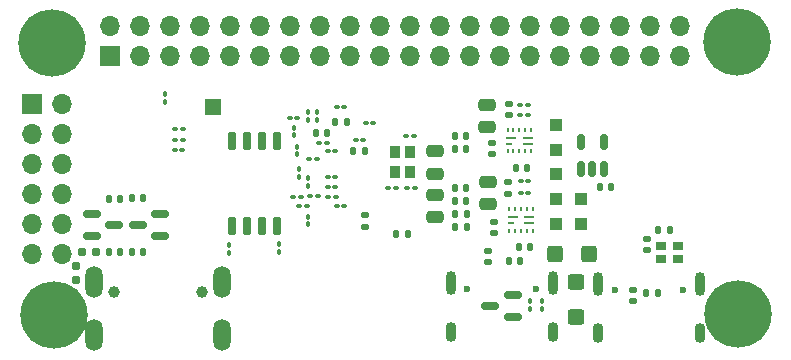
<source format=gbr>
%TF.GenerationSoftware,KiCad,Pcbnew,8.0.6*%
%TF.CreationDate,2024-11-19T20:15:16-08:00*%
%TF.ProjectId,SYNC-VT,53594e43-2d56-4542-9e6b-696361645f70,rev?*%
%TF.SameCoordinates,Original*%
%TF.FileFunction,Soldermask,Bot*%
%TF.FilePolarity,Negative*%
%FSLAX46Y46*%
G04 Gerber Fmt 4.6, Leading zero omitted, Abs format (unit mm)*
G04 Created by KiCad (PCBNEW 8.0.6) date 2024-11-19 20:15:16*
%MOMM*%
%LPD*%
G01*
G04 APERTURE LIST*
G04 Aperture macros list*
%AMRoundRect*
0 Rectangle with rounded corners*
0 $1 Rounding radius*
0 $2 $3 $4 $5 $6 $7 $8 $9 X,Y pos of 4 corners*
0 Add a 4 corners polygon primitive as box body*
4,1,4,$2,$3,$4,$5,$6,$7,$8,$9,$2,$3,0*
0 Add four circle primitives for the rounded corners*
1,1,$1+$1,$2,$3*
1,1,$1+$1,$4,$5*
1,1,$1+$1,$6,$7*
1,1,$1+$1,$8,$9*
0 Add four rect primitives between the rounded corners*
20,1,$1+$1,$2,$3,$4,$5,0*
20,1,$1+$1,$4,$5,$6,$7,0*
20,1,$1+$1,$6,$7,$8,$9,0*
20,1,$1+$1,$8,$9,$2,$3,0*%
G04 Aperture macros list end*
%ADD10C,1.000000*%
%ADD11O,1.454000X2.704000*%
%ADD12R,1.350000X1.350000*%
%ADD13R,1.700000X1.700000*%
%ADD14O,1.700000X1.700000*%
%ADD15C,5.700000*%
%ADD16C,0.600000*%
%ADD17O,0.900000X2.000000*%
%ADD18O,0.900000X1.700000*%
%ADD19RoundRect,0.100000X0.130000X0.100000X-0.130000X0.100000X-0.130000X-0.100000X0.130000X-0.100000X0*%
%ADD20RoundRect,0.140000X0.140000X0.170000X-0.140000X0.170000X-0.140000X-0.170000X0.140000X-0.170000X0*%
%ADD21RoundRect,0.160000X0.160000X-0.197500X0.160000X0.197500X-0.160000X0.197500X-0.160000X-0.197500X0*%
%ADD22RoundRect,0.100000X-0.100000X0.130000X-0.100000X-0.130000X0.100000X-0.130000X0.100000X0.130000X0*%
%ADD23RoundRect,0.250000X-0.475000X0.250000X-0.475000X-0.250000X0.475000X-0.250000X0.475000X0.250000X0*%
%ADD24R,1.000000X1.000000*%
%ADD25RoundRect,0.100000X-0.130000X-0.100000X0.130000X-0.100000X0.130000X0.100000X-0.130000X0.100000X0*%
%ADD26RoundRect,0.100000X0.100000X-0.130000X0.100000X0.130000X-0.100000X0.130000X-0.100000X-0.130000X0*%
%ADD27RoundRect,0.160000X-0.197500X-0.160000X0.197500X-0.160000X0.197500X0.160000X-0.197500X0.160000X0*%
%ADD28RoundRect,0.140000X-0.140000X-0.170000X0.140000X-0.170000X0.140000X0.170000X-0.140000X0.170000X0*%
%ADD29RoundRect,0.250000X-0.450000X0.400000X-0.450000X-0.400000X0.450000X-0.400000X0.450000X0.400000X0*%
%ADD30RoundRect,0.150000X-0.150000X0.650000X-0.150000X-0.650000X0.150000X-0.650000X0.150000X0.650000X0*%
%ADD31RoundRect,0.147500X0.147500X0.172500X-0.147500X0.172500X-0.147500X-0.172500X0.147500X-0.172500X0*%
%ADD32R,0.600000X0.250000*%
%ADD33R,0.900000X0.250000*%
%ADD34R,0.250000X0.450000*%
%ADD35R,0.900000X1.100000*%
%ADD36RoundRect,0.150000X-0.587500X-0.150000X0.587500X-0.150000X0.587500X0.150000X-0.587500X0.150000X0*%
%ADD37RoundRect,0.150000X0.587500X0.150000X-0.587500X0.150000X-0.587500X-0.150000X0.587500X-0.150000X0*%
%ADD38RoundRect,0.250000X0.475000X-0.250000X0.475000X0.250000X-0.475000X0.250000X-0.475000X-0.250000X0*%
%ADD39RoundRect,0.140000X-0.170000X0.140000X-0.170000X-0.140000X0.170000X-0.140000X0.170000X0.140000X0*%
%ADD40RoundRect,0.140000X0.170000X-0.140000X0.170000X0.140000X-0.170000X0.140000X-0.170000X-0.140000X0*%
%ADD41RoundRect,0.147500X0.172500X-0.147500X0.172500X0.147500X-0.172500X0.147500X-0.172500X-0.147500X0*%
%ADD42RoundRect,0.150000X0.150000X-0.512500X0.150000X0.512500X-0.150000X0.512500X-0.150000X-0.512500X0*%
%ADD43RoundRect,0.250000X0.400000X0.450000X-0.400000X0.450000X-0.400000X-0.450000X0.400000X-0.450000X0*%
%ADD44R,0.900000X0.800000*%
G04 APERTURE END LIST*
D10*
%TO.C,Jr1*%
X92550000Y-59115000D03*
X100050000Y-59115000D03*
D11*
X90870000Y-58315000D03*
X101720000Y-58315000D03*
X90870000Y-62815000D03*
X101720000Y-62815000D03*
%TD*%
D12*
%TO.C,J6*%
X101000000Y-43510000D03*
%TD*%
D13*
%TO.C,J4*%
X85620000Y-43180000D03*
D14*
X88160000Y-43180000D03*
X85620000Y-45720000D03*
X88160000Y-45720000D03*
X85620000Y-48260000D03*
X88160000Y-48260000D03*
X85620000Y-50800000D03*
X88160000Y-50800000D03*
X85620000Y-53340000D03*
X88160000Y-53340000D03*
X85620000Y-55880000D03*
X88160000Y-55880000D03*
%TD*%
D15*
%TO.C,MT4*%
X87380000Y-38020000D03*
%TD*%
%TO.C,MT3*%
X145320000Y-37990000D03*
%TD*%
%TO.C,MT1*%
X145440000Y-61000000D03*
%TD*%
D16*
%TO.C,J2*%
X134970000Y-58930000D03*
X140750000Y-58930000D03*
D17*
X133540000Y-58450000D03*
D18*
X133540000Y-62620000D03*
D17*
X142180000Y-58450000D03*
D18*
X142180000Y-62620000D03*
%TD*%
D16*
%TO.C,J3*%
X122510000Y-58865000D03*
X128290000Y-58865000D03*
D17*
X121080000Y-58385000D03*
D18*
X121080000Y-62555000D03*
D17*
X129720000Y-58385000D03*
D18*
X129720000Y-62555000D03*
%TD*%
D13*
%TO.C,J1*%
X92220000Y-39160000D03*
D14*
X92220000Y-36620000D03*
X94760000Y-39160000D03*
X94760000Y-36620000D03*
X97300000Y-39160000D03*
X97300000Y-36620000D03*
X99840000Y-39160000D03*
X99840000Y-36620000D03*
X102380000Y-39160000D03*
X102380000Y-36620000D03*
X104920000Y-39160000D03*
X104920000Y-36620000D03*
X107460000Y-39160000D03*
X107460000Y-36620000D03*
X110000000Y-39160000D03*
X110000000Y-36620000D03*
X112540000Y-39160000D03*
X112540000Y-36620000D03*
X115080000Y-39160000D03*
X115080000Y-36620000D03*
X117620000Y-39160000D03*
X117620000Y-36620000D03*
X120160000Y-39160000D03*
X120160000Y-36620000D03*
X122700000Y-39160000D03*
X122700000Y-36620000D03*
X125240000Y-39160000D03*
X125240000Y-36620000D03*
X127780000Y-39160000D03*
X127780000Y-36620000D03*
X130320000Y-39160000D03*
X130320000Y-36620000D03*
X132860000Y-39160000D03*
X132860000Y-36620000D03*
X135400000Y-39160000D03*
X135400000Y-36620000D03*
X137940000Y-39160000D03*
X137940000Y-36620000D03*
X140480000Y-39160000D03*
X140480000Y-36620000D03*
%TD*%
D15*
%TO.C,MT2*%
X87480000Y-61100000D03*
%TD*%
D19*
%TO.C,C11*%
X127655002Y-49770000D03*
X127015002Y-49770000D03*
%TD*%
D20*
%TO.C,R31*%
X95030000Y-51217500D03*
X94070000Y-51217500D03*
%TD*%
%TO.C,R26*%
X122410002Y-51420000D03*
X121450002Y-51420000D03*
%TD*%
D21*
%TO.C,R33*%
X89360000Y-58127500D03*
X89360000Y-56932500D03*
%TD*%
D22*
%TO.C,R11*%
X107830000Y-45230000D03*
X107830000Y-45870000D03*
%TD*%
D23*
%TO.C,C9*%
X124210002Y-43289998D03*
X124210002Y-45189998D03*
%TD*%
D24*
%TO.C,TP4*%
X129990018Y-51280018D03*
%TD*%
D20*
%TO.C,R6*%
X127810001Y-55285001D03*
X126850001Y-55285001D03*
%TD*%
D22*
%TO.C,C32*%
X96940000Y-42385000D03*
X96940000Y-43025000D03*
%TD*%
%TO.C,FB1*%
X108050000Y-46850000D03*
X108050000Y-47490000D03*
%TD*%
D25*
%TO.C,R12*%
X107750000Y-51080000D03*
X108390000Y-51080000D03*
%TD*%
D20*
%TO.C,R29*%
X93120000Y-51227500D03*
X92160000Y-51227500D03*
%TD*%
D25*
%TO.C,R14*%
X107470000Y-44380000D03*
X108110000Y-44380000D03*
%TD*%
D26*
%TO.C,C7*%
X127850000Y-60580000D03*
X127850000Y-59940000D03*
%TD*%
D27*
%TO.C,R34*%
X89850000Y-55790000D03*
X91045000Y-55790000D03*
%TD*%
D20*
%TO.C,R18*%
X110620000Y-45670000D03*
X109660000Y-45670000D03*
%TD*%
D28*
%TO.C,R23*%
X116500002Y-54200000D03*
X117460002Y-54200000D03*
%TD*%
D25*
%TO.C,C25*%
X113890000Y-44800000D03*
X114530000Y-44800000D03*
%TD*%
D29*
%TO.C,SS2FH10HM3/H2*%
X131700000Y-58320000D03*
X131700000Y-61220000D03*
%TD*%
D26*
%TO.C,R13*%
X109000000Y-53395000D03*
X109000000Y-52755000D03*
%TD*%
D20*
%TO.C,R19*%
X112290000Y-44730000D03*
X111330000Y-44730000D03*
%TD*%
%TO.C,C4*%
X139620000Y-53850000D03*
X138660000Y-53850000D03*
%TD*%
D28*
%TO.C,C1*%
X121460002Y-50340000D03*
X122420002Y-50340000D03*
%TD*%
D30*
%TO.C,U5*%
X102585000Y-46370000D03*
X103855000Y-46370000D03*
X105125000Y-46370000D03*
X106395000Y-46370000D03*
X106395000Y-53570000D03*
X105125000Y-53570000D03*
X103855000Y-53570000D03*
X102585000Y-53570000D03*
%TD*%
D20*
%TO.C,R32*%
X95050000Y-55717500D03*
X94090000Y-55717500D03*
%TD*%
D19*
%TO.C,C5*%
X127640002Y-43300000D03*
X127000002Y-43300000D03*
%TD*%
D31*
%TO.C,D2*%
X113835000Y-47240000D03*
X112865000Y-47240000D03*
%TD*%
D26*
%TO.C,R17*%
X108980000Y-44550000D03*
X108980000Y-43910000D03*
%TD*%
D20*
%TO.C,R27*%
X122410002Y-46990000D03*
X121450002Y-46990000D03*
%TD*%
%TO.C,R25*%
X122460002Y-52530000D03*
X121500002Y-52530000D03*
%TD*%
D23*
%TO.C,C19*%
X119770002Y-47220000D03*
X119770002Y-49120000D03*
%TD*%
D24*
%TO.C,TP7*%
X132100000Y-53370000D03*
%TD*%
D25*
%TO.C,R1*%
X126970002Y-44180000D03*
X127610002Y-44180000D03*
%TD*%
D23*
%TO.C,C12*%
X124240000Y-49800000D03*
X124240000Y-51700000D03*
%TD*%
D24*
%TO.C,TP6*%
X132110000Y-51280000D03*
%TD*%
D22*
%TO.C,C16*%
X106590000Y-55085000D03*
X106590000Y-55725000D03*
%TD*%
D32*
%TO.C,U2*%
X126200000Y-53310000D03*
D33*
X126350000Y-52810000D03*
D34*
X126050000Y-52135001D03*
X126550002Y-52135001D03*
X127050001Y-52135001D03*
X127550000Y-52135001D03*
X128050002Y-52135001D03*
D33*
X127750002Y-52810000D03*
X127750002Y-53310000D03*
D34*
X128050002Y-53984999D03*
X127550000Y-53984999D03*
X127050001Y-53984999D03*
X126550002Y-53984999D03*
X126050000Y-53984999D03*
%TD*%
D35*
%TO.C,X1*%
X117660002Y-47260000D03*
X117660002Y-48960000D03*
X116360002Y-48960000D03*
X116360002Y-47260000D03*
%TD*%
D20*
%TO.C,R24*%
X122460002Y-53630000D03*
X121500002Y-53630000D03*
%TD*%
D24*
%TO.C,TP5*%
X129990018Y-47090018D03*
%TD*%
D36*
%TO.C,Q1*%
X90682500Y-54420000D03*
X90682500Y-52520000D03*
X92557500Y-53470000D03*
%TD*%
D19*
%TO.C,C29*%
X98395000Y-45350000D03*
X97755000Y-45350000D03*
%TD*%
D22*
%TO.C,C26*%
X102360018Y-55160018D03*
X102360018Y-55800018D03*
%TD*%
D25*
%TO.C,C17*%
X108260000Y-51880000D03*
X108900000Y-51880000D03*
%TD*%
D19*
%TO.C,R15*%
X112090000Y-43460000D03*
X111450000Y-43460000D03*
%TD*%
D24*
%TO.C,TP2*%
X129980018Y-49170018D03*
%TD*%
D37*
%TO.C,Q2*%
X96515000Y-52527500D03*
X96515000Y-54427500D03*
X94640000Y-53477500D03*
%TD*%
D38*
%TO.C,C13*%
X119770002Y-52800000D03*
X119770002Y-50900000D03*
%TD*%
D39*
%TO.C,C6*%
X137680000Y-54650000D03*
X137680000Y-55610000D03*
%TD*%
D19*
%TO.C,R22*%
X113710000Y-46260000D03*
X113070000Y-46260000D03*
%TD*%
D25*
%TO.C,R20*%
X109950000Y-46510000D03*
X110590000Y-46510000D03*
%TD*%
%TO.C,C18*%
X109120000Y-47870000D03*
X109760000Y-47870000D03*
%TD*%
D19*
%TO.C,C24*%
X109860000Y-51050000D03*
X109220000Y-51050000D03*
%TD*%
D40*
%TO.C,C8*%
X124740002Y-54130000D03*
X124740002Y-53170000D03*
%TD*%
D22*
%TO.C,FB2*%
X109010000Y-49520000D03*
X109010000Y-50160000D03*
%TD*%
D19*
%TO.C,C30*%
X98405000Y-46230000D03*
X97765000Y-46230000D03*
%TD*%
%TO.C,C22*%
X111310000Y-50250000D03*
X110670000Y-50250000D03*
%TD*%
D20*
%TO.C,R39*%
X134670000Y-50210000D03*
X133710000Y-50210000D03*
%TD*%
D24*
%TO.C,TP1*%
X129990018Y-53370018D03*
%TD*%
D20*
%TO.C,R4*%
X127560002Y-48650000D03*
X126600002Y-48650000D03*
%TD*%
D19*
%TO.C,C31*%
X98385000Y-47150000D03*
X97745000Y-47150000D03*
%TD*%
D20*
%TO.C,R28*%
X122400002Y-45900000D03*
X121440002Y-45900000D03*
%TD*%
D40*
%TO.C,R2*%
X125990002Y-44170000D03*
X125990002Y-43210000D03*
%TD*%
D24*
%TO.C,TP3*%
X129980018Y-44990018D03*
%TD*%
D28*
%TO.C,R38*%
X126010000Y-56480000D03*
X126970000Y-56480000D03*
%TD*%
D25*
%TO.C,C15*%
X110675000Y-49440000D03*
X111315000Y-49440000D03*
%TD*%
D19*
%TO.C,FB3*%
X117955002Y-45910000D03*
X117315002Y-45910000D03*
%TD*%
D26*
%TO.C,C28*%
X128800000Y-60540000D03*
X128800000Y-59900000D03*
%TD*%
D25*
%TO.C,R3*%
X127015001Y-50795001D03*
X127655001Y-50795001D03*
%TD*%
D20*
%TO.C,R30*%
X93110000Y-55707500D03*
X92150000Y-55707500D03*
%TD*%
D19*
%TO.C,C20*%
X111330000Y-47240000D03*
X110690000Y-47240000D03*
%TD*%
D39*
%TO.C,R37*%
X124250000Y-55650000D03*
X124250000Y-56610000D03*
%TD*%
D25*
%TO.C,R21*%
X115800000Y-50320000D03*
X116440000Y-50320000D03*
%TD*%
D41*
%TO.C,D1*%
X113800000Y-53610000D03*
X113800000Y-52640000D03*
%TD*%
D37*
%TO.C,U9*%
X126337500Y-59365000D03*
X126337500Y-61265000D03*
X124462500Y-60315000D03*
%TD*%
D25*
%TO.C,C14*%
X110740000Y-51060000D03*
X111380000Y-51060000D03*
%TD*%
D22*
%TO.C,C23*%
X108220000Y-48730000D03*
X108220000Y-49370000D03*
%TD*%
D25*
%TO.C,C27*%
X117410002Y-50300000D03*
X118050002Y-50300000D03*
%TD*%
D28*
%TO.C,R36*%
X137650000Y-59240000D03*
X138610000Y-59240000D03*
%TD*%
D26*
%TO.C,R16*%
X109810000Y-44555000D03*
X109810000Y-43915000D03*
%TD*%
D40*
%TO.C,C10*%
X124560002Y-47460000D03*
X124560002Y-46500000D03*
%TD*%
D25*
%TO.C,C21*%
X111450000Y-51860000D03*
X112090000Y-51860000D03*
%TD*%
D32*
%TO.C,U1*%
X126060002Y-46564999D03*
D33*
X126210002Y-46064999D03*
D34*
X125910002Y-45390000D03*
X126410004Y-45390000D03*
X126910003Y-45390000D03*
X127410002Y-45390000D03*
X127910004Y-45390000D03*
D33*
X127610004Y-46064999D03*
X127610004Y-46564999D03*
D34*
X127910004Y-47239998D03*
X127410002Y-47239998D03*
X126910003Y-47239998D03*
X126410004Y-47239998D03*
X125910002Y-47239998D03*
%TD*%
D42*
%TO.C,U10*%
X134042500Y-48687500D03*
X133092500Y-48687500D03*
X132142500Y-48687500D03*
X132142500Y-46412500D03*
X134042500Y-46412500D03*
%TD*%
D40*
%TO.C,R35*%
X136530000Y-59900000D03*
X136530000Y-58940000D03*
%TD*%
%TO.C,R5*%
X125940002Y-50800000D03*
X125940002Y-49840000D03*
%TD*%
D43*
%TO.C,SS2FH10HM3/H1*%
X132790000Y-55940000D03*
X129890000Y-55940000D03*
%TD*%
D44*
%TO.C,Y1*%
X140310000Y-56340000D03*
X138910000Y-56340000D03*
X138910000Y-55240000D03*
X140310000Y-55240000D03*
%TD*%
M02*

</source>
